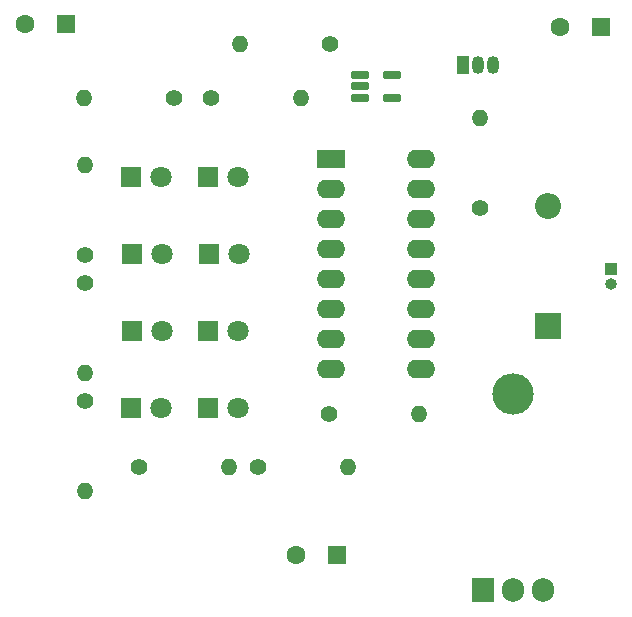
<source format=gbr>
%TF.GenerationSoftware,KiCad,Pcbnew,8.0.2*%
%TF.CreationDate,2026-02-07T14:26:08+01:00*%
%TF.ProjectId,konstantynopolitanczykowianeczka_zamieszkujaca_konstantynopol,6b6f6e73-7461-46e7-9479-6e6f706f6c69,1*%
%TF.SameCoordinates,Original*%
%TF.FileFunction,Soldermask,Top*%
%TF.FilePolarity,Negative*%
%FSLAX46Y46*%
G04 Gerber Fmt 4.6, Leading zero omitted, Abs format (unit mm)*
G04 Created by KiCad (PCBNEW 8.0.2) date 2026-02-07 14:26:08*
%MOMM*%
%LPD*%
G01*
G04 APERTURE LIST*
G04 Aperture macros list*
%AMRoundRect*
0 Rectangle with rounded corners*
0 $1 Rounding radius*
0 $2 $3 $4 $5 $6 $7 $8 $9 X,Y pos of 4 corners*
0 Add a 4 corners polygon primitive as box body*
4,1,4,$2,$3,$4,$5,$6,$7,$8,$9,$2,$3,0*
0 Add four circle primitives for the rounded corners*
1,1,$1+$1,$2,$3*
1,1,$1+$1,$4,$5*
1,1,$1+$1,$6,$7*
1,1,$1+$1,$8,$9*
0 Add four rect primitives between the rounded corners*
20,1,$1+$1,$2,$3,$4,$5,0*
20,1,$1+$1,$4,$5,$6,$7,0*
20,1,$1+$1,$6,$7,$8,$9,0*
20,1,$1+$1,$8,$9,$2,$3,0*%
G04 Aperture macros list end*
%ADD10R,2.200000X2.200000*%
%ADD11O,2.200000X2.200000*%
%ADD12RoundRect,0.162500X-0.617500X-0.162500X0.617500X-0.162500X0.617500X0.162500X-0.617500X0.162500X0*%
%ADD13O,3.500000X3.500000*%
%ADD14R,1.905000X2.000000*%
%ADD15O,1.905000X2.000000*%
%ADD16R,2.400000X1.600000*%
%ADD17O,2.400000X1.600000*%
%ADD18C,1.400000*%
%ADD19O,1.400000X1.400000*%
%ADD20R,1.050000X1.500000*%
%ADD21O,1.050000X1.500000*%
%ADD22R,1.000000X1.000000*%
%ADD23O,1.000000X1.000000*%
%ADD24R,1.800000X1.800000*%
%ADD25C,1.800000*%
%ADD26R,1.600000X1.600000*%
%ADD27C,1.600000*%
G04 APERTURE END LIST*
D10*
%TO.C,D9*%
X119884968Y-76330000D03*
D11*
X119884968Y-66170000D03*
%TD*%
D12*
%TO.C,U2*%
X103934968Y-55100000D03*
X103934968Y-56050000D03*
X103934968Y-57000000D03*
X106634968Y-57000000D03*
X106634968Y-55100000D03*
%TD*%
D13*
%TO.C,U3*%
X116884968Y-82070000D03*
D14*
X114344968Y-98730000D03*
D15*
X116884968Y-98730000D03*
X119424968Y-98730000D03*
%TD*%
D16*
%TO.C,U1*%
X101514968Y-62170000D03*
D17*
X101514968Y-64710000D03*
X101514968Y-67250000D03*
X101514968Y-69790000D03*
X101514968Y-72330000D03*
X101514968Y-74870000D03*
X101514968Y-77410000D03*
X101514968Y-79950000D03*
X109134968Y-79950000D03*
X109134968Y-77410000D03*
X109134968Y-74870000D03*
X109134968Y-72330000D03*
X109134968Y-69790000D03*
X109134968Y-67250000D03*
X109134968Y-64710000D03*
X109134968Y-62170000D03*
%TD*%
D18*
%TO.C,R10*%
X88194968Y-57000000D03*
D19*
X80574968Y-57000000D03*
%TD*%
D18*
%TO.C,R9*%
X95324968Y-88250000D03*
D19*
X102944968Y-88250000D03*
%TD*%
D18*
%TO.C,R8*%
X80634968Y-82690000D03*
D19*
X80634968Y-90310000D03*
%TD*%
D18*
%TO.C,R7*%
X80634968Y-72690000D03*
D19*
X80634968Y-80310000D03*
%TD*%
D18*
%TO.C,R6*%
X85264968Y-88250000D03*
D19*
X92884968Y-88250000D03*
%TD*%
D18*
%TO.C,R5*%
X101324968Y-83750000D03*
D19*
X108944968Y-83750000D03*
%TD*%
D18*
%TO.C,R4*%
X80634968Y-70310000D03*
D19*
X80634968Y-62690000D03*
%TD*%
D18*
%TO.C,R3*%
X91324968Y-57000000D03*
D19*
X98944968Y-57000000D03*
%TD*%
D18*
%TO.C,R2*%
X101444968Y-52500000D03*
D19*
X93824968Y-52500000D03*
%TD*%
D18*
%TO.C,R1*%
X114134968Y-66310000D03*
D19*
X114134968Y-58690000D03*
%TD*%
D20*
%TO.C,Q1*%
X112684968Y-54200000D03*
D21*
X113954968Y-54200000D03*
X115224968Y-54200000D03*
%TD*%
D22*
%TO.C,J1*%
X125209968Y-71475000D03*
D23*
X125209968Y-72745000D03*
%TD*%
D24*
%TO.C,D8*%
X84594968Y-63750000D03*
D25*
X87134968Y-63750000D03*
%TD*%
D24*
%TO.C,D7*%
X91109968Y-83250000D03*
D25*
X93649968Y-83250000D03*
%TD*%
D24*
%TO.C,D6*%
X84594968Y-83250000D03*
D25*
X87134968Y-83250000D03*
%TD*%
D24*
%TO.C,D5*%
X91109968Y-76750000D03*
D25*
X93649968Y-76750000D03*
%TD*%
D24*
%TO.C,D4*%
X84609968Y-76750000D03*
D25*
X87149968Y-76750000D03*
%TD*%
D24*
%TO.C,D3*%
X91134968Y-70250000D03*
D25*
X93674968Y-70250000D03*
%TD*%
D24*
%TO.C,D2*%
X84609968Y-70250000D03*
D25*
X87149968Y-70250000D03*
%TD*%
D24*
%TO.C,D1*%
X91094968Y-63750000D03*
D25*
X93634968Y-63750000D03*
%TD*%
D26*
%TO.C,C3*%
X102037619Y-95750000D03*
D27*
X98537619Y-95750000D03*
%TD*%
D26*
%TO.C,C2*%
X124384968Y-51000000D03*
D27*
X120884968Y-51000000D03*
%TD*%
D26*
%TO.C,C1*%
X79037619Y-50750000D03*
D27*
X75537619Y-50750000D03*
%TD*%
M02*

</source>
